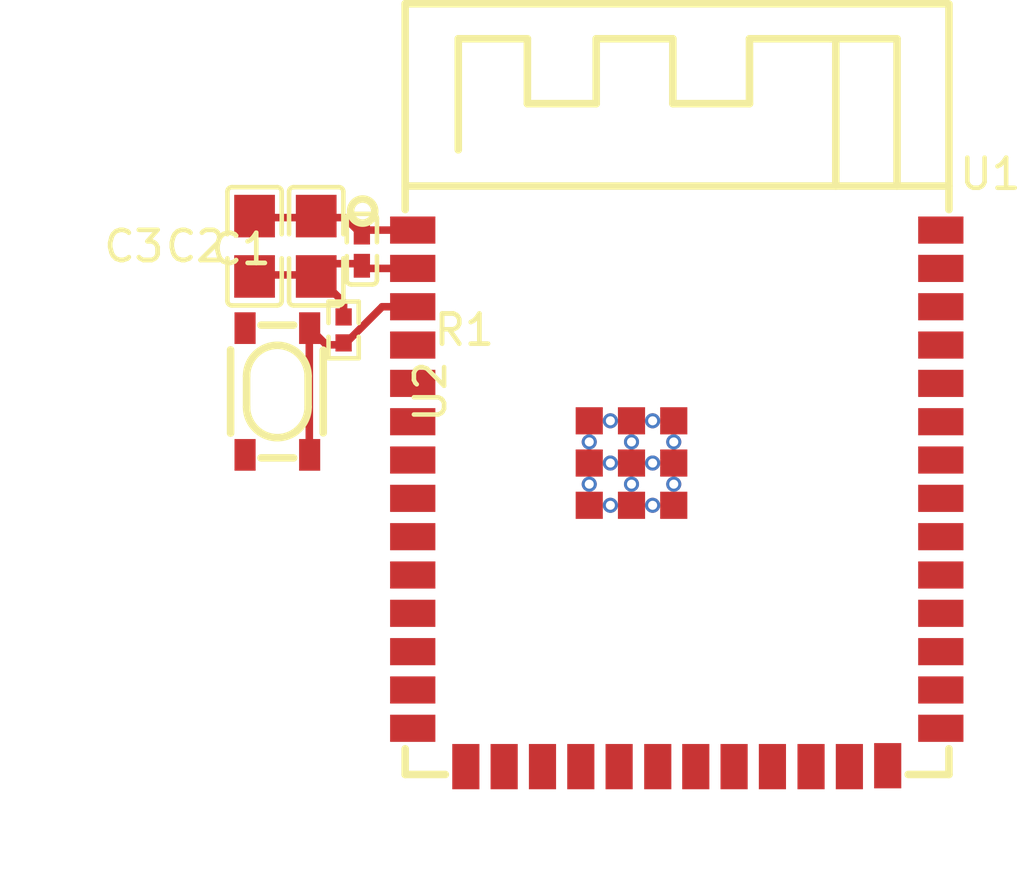
<source format=kicad_pcb>
(kicad_pcb (version 20240108) (generator "pcbnew") (generator_version "8.0")
  (layers (0 "F.Cu" signal) (31 "B.Cu" signal) (34 "B.Paste" user) (35 "F.Paste" user) (36 "B.SilkS" user "B.Silkscreen") (37 "F.SilkS" user "F.Silkscreen") (38 "B.Mask" user) (39 "F.Mask" user) (44 "Edge.Cuts" user))
  (net 0 "")
  (net 1 "in")
  (net 2 "io4")
  (net 3 "io5")
  (net 4 "line")
  (net 5 "line-1")
  (net 6 "io15")
  (net 7 "io16")
  (net 8 "io17")
  (net 9 "io18")
  (net 10 "io8")
  (net 11 "dm")
  (net 12 "dp")
  (net 13 "io3")
  (net 14 "io46")
  (net 15 "io9")
  (net 16 "cs")
  (net 17 "mosi")
  (net 18 "sck")
  (net 19 "miso")
  (net 20 "io14")
  (net 21 "io21")
  (net 22 "io47")
  (net 23 "io48")
  (net 24 "io45")
  (net 25 "io0")
  (net 26 "io35")
  (net 27 "io36")
  (net 28 "io37")
  (net 29 "io38")
  (net 30 "tck")
  (net 31 "tdo")
  (net 32 "gnd")
  (net 33 "hv")
  (net 34 "tdi")
  (net 35 "tms")
  (net 36 "RXD0")
  (net 37 "TXD0")
  (net 38 "io2")
  (net 39 "io1")
  (footprint "atopile:C0402-b3ef17" (layer "F.Cu") (at 103.924584 82.682368 90)
    (property "Reference" "C1" (at 0 -4 0) (layer "F.SilkS") (hide no))
    (property "Value" "100nF ±10% 16V X7R")
    (fp_line (start 1.02 -0.5) (end 0.23 -0.5) (stroke (width 0.15)) (layer "F.SilkS"))
    (fp_line (start 0.23 0.5) (end 1.02 0.5) (stroke (width 0.15)) (layer "F.SilkS"))
    (fp_line (start 1.17 0.35) (end 1.17 -0.35) (stroke (width 0.15)) (layer "F.SilkS"))
    (fp_line (start -1.02 -0.5) (end -0.23 -0.5) (stroke (width 0.15)) (layer "F.SilkS"))
    (fp_line (start -0.23 0.5) (end -1.02 0.5) (stroke (width 0.15)) (layer "F.SilkS"))
    (fp_line (start -1.17 0.35) (end -1.17 -0.35) (stroke (width 0.15)) (layer "F.SilkS"))
    (fp_arc (start 1.17 0.35) (mid 1.1260660171779822 0.456066017177982) (end 1.02 0.4999999999999999) (stroke (width 0.15)) (layer "F.SilkS"))
    (fp_arc (start 1.02 -0.5) (mid 1.1260660171779822 -0.4560660171779821) (end 1.17 -0.35) (stroke (width 0.15)) (layer "F.SilkS"))
    (fp_arc (start -1.17 0.35) (mid -1.1260660171779822 0.456066017177982) (end -1.02 0.4999999999999999) (stroke (width 0.15)) (layer "F.SilkS"))
    (fp_arc (start -1.02 -0.5) (mid -1.1260660171779822 -0.4560660171779821) (end -1.17 -0.35) (stroke (width 0.15)) (layer "F.SilkS"))
    (fp_text user "${REFERENCE}" (at 0 -4 0) (layer "F.SilkS"))
    (pad "2" smd rect (at 0.55 0 90) (size 0.79 0.54) (layers "F.Cu" "F.Paste" "F.Mask") (net 32 "gnd"))
    (pad "1" smd rect (at -0.55 0 90) (size 0.79 0.54) (layers "F.Cu" "F.Paste" "F.Mask") (net 33 "hv"))
  )
  (footprint "atopile:C0805-3b2e55" (layer "F.Cu") (at 100.368882 82.586268 90)
    (property "Reference" "C3" (at 0 -4 0) (layer "F.SilkS") (hide no))
    (property "Value" "10µF ±10% 25V X5R")
    (fp_line (start 1.81 -0.9) (end 0.4 -0.9) (stroke (width 0.15)) (layer "F.SilkS"))
    (fp_line (start 0.4 0.9) (end 1.81 0.9) (stroke (width 0.15)) (layer "F.SilkS"))
    (fp_line (start 1.96 0.75) (end 1.96 -0.75) (stroke (width 0.15)) (layer "F.SilkS"))
    (fp_line (start -1.81 -0.9) (end -0.4 -0.9) (stroke (width 0.15)) (layer "F.SilkS"))
    (fp_line (start -0.4 0.9) (end -1.81 0.9) (stroke (width 0.15)) (layer "F.SilkS"))
    (fp_line (start -1.96 0.75) (end -1.96 -0.75) (stroke (width 0.15)) (layer "F.SilkS"))
    (fp_arc (start 1.96 0.75) (mid 1.9160660171779822 0.856066017177982) (end 1.81 0.8999999999999999) (stroke (width 0.15)) (layer "F.SilkS"))
    (fp_arc (start 1.81 -0.9) (mid 1.9160660171779822 -0.8560660171779821) (end 1.96 -0.75) (stroke (width 0.15)) (layer "F.SilkS"))
    (fp_arc (start -1.96 0.75) (mid -1.9160660171779822 0.856066017177982) (end -1.81 0.8999999999999999) (stroke (width 0.15)) (layer "F.SilkS"))
    (fp_arc (start -1.81 -0.9) (mid -1.9160660171779822 -0.8560660171779821) (end -1.96 -0.75) (stroke (width 0.15)) (layer "F.SilkS"))
    (fp_text user "${REFERENCE}" (at 0 -4 0) (layer "F.SilkS"))
    (pad "2" smd rect (at 1 0 90) (size 1.41 1.35) (layers "F.Cu" "F.Paste" "F.Mask") (net 32 "gnd"))
    (pad "1" smd rect (at -1 0 90) (size 1.41 1.35) (layers "F.Cu" "F.Paste" "F.Mask") (net 33 "hv"))
  )
  (footprint "atopile:R0402-56259e" (layer "F.Cu") (at 103.319547 85.358186 -90)
    (property "Reference" "R1" (at 0 -4 0) (layer "F.SilkS") (hide no))
    (property "Value" "10kΩ ±1% 62.5mW")
    (fp_line (start -0.23 0.5) (end -0.94 0.5) (stroke (width 0.15)) (layer "F.SilkS"))
    (fp_line (start -0.94 0.5) (end -0.94 -0.5) (stroke (width 0.15)) (layer "F.SilkS"))
    (fp_line (start -0.94 -0.5) (end -0.23 -0.5) (stroke (width 0.15)) (layer "F.SilkS"))
    (fp_line (start 0.23 0.5) (end 0.94 0.5) (stroke (width 0.15)) (layer "F.SilkS"))
    (fp_line (start 0.94 0.5) (end 0.94 -0.5) (stroke (width 0.15)) (layer "F.SilkS"))
    (fp_line (start 0.94 -0.5) (end 0.23 -0.5) (stroke (width 0.15)) (layer "F.SilkS"))
    (fp_text user "${REFERENCE}" (at 0 -4 0) (layer "F.SilkS"))
    (pad "2" smd rect (at 0.43 0 -90) (size 0.57 0.54) (layers "F.Cu" "F.Paste" "F.Mask") (net 1 "in"))
    (pad "1" smd rect (at -0.43 0 -90) (size 0.57 0.54) (layers "F.Cu" "F.Paste" "F.Mask") (net 33 "hv"))
  )
  (footprint "lib:WIRELM-SMD_ESP32-S3-WROOM-1" (layer "F.Cu") (at 114.36 90.94 0)
    (property "Reference" "U1" (at 10.391182 -10.746991 0) (layer "F.SilkS") (hide no))
    (property "Value" "")
    (fp_line (start -9 -16.39) (end -9 -9.57) (stroke (width 0.25)) (layer "F.SilkS"))
    (fp_line (start -9 -10.35) (end 9.02 -10.35) (stroke (width 0.25)) (layer "F.SilkS"))
    (fp_line (start -9 8.3) (end -9 9.15) (stroke (width 0.25)) (layer "F.SilkS"))
    (fp_line (start -9 9.15) (end -7.67 9.15) (stroke (width 0.25)) (layer "F.SilkS"))
    (fp_line (start -7.24 -15.23) (end -7.24 -11.55) (stroke (width 0.25)) (layer "F.SilkS"))
    (fp_line (start -4.95 -15.23) (end -7.24 -15.23) (stroke (width 0.25)) (layer "F.SilkS"))
    (fp_line (start -4.95 -13.08) (end -4.95 -15.23) (stroke (width 0.25)) (layer "F.SilkS"))
    (fp_line (start -2.67 -15.23) (end -2.67 -13.08) (stroke (width 0.25)) (layer "F.SilkS"))
    (fp_line (start -2.67 -13.08) (end -4.95 -13.08) (stroke (width 0.25)) (layer "F.SilkS"))
    (fp_line (start -0.13 -15.23) (end -2.67 -15.23) (stroke (width 0.25)) (layer "F.SilkS"))
    (fp_line (start -0.13 -13.08) (end -0.13 -15.23) (stroke (width 0.25)) (layer "F.SilkS"))
    (fp_line (start 2.41 -15.23) (end 2.41 -13.08) (stroke (width 0.25)) (layer "F.SilkS"))
    (fp_line (start 2.41 -13.08) (end -0.13 -13.08) (stroke (width 0.25)) (layer "F.SilkS"))
    (fp_line (start 5.27 -15.23) (end 2.41 -15.23) (stroke (width 0.25)) (layer "F.SilkS"))
    (fp_line (start 5.27 -10.35) (end 5.27 -15.23) (stroke (width 0.25)) (layer "F.SilkS"))
    (fp_line (start 7.3 -15.23) (end 5.06 -15.23) (stroke (width 0.25)) (layer "F.SilkS"))
    (fp_line (start 7.3 -10.35) (end 7.3 -15.23) (stroke (width 0.25)) (layer "F.SilkS"))
    (fp_line (start 7.67 9.15) (end 9.02 9.15) (stroke (width 0.25)) (layer "F.SilkS"))
    (fp_line (start 9 -16.39) (end -9 -16.39) (stroke (width 0.25)) (layer "F.SilkS"))
    (fp_line (start 9.02 -9.57) (end 9.02 -16.38) (stroke (width 0.25)) (layer "F.SilkS"))
    (fp_line (start 9.02 9.15) (end 9.02 8.3) (stroke (width 0.25)) (layer "F.SilkS"))
    (fp_circle (center -10.41 -9.52) (end -10.01 -9.52) (stroke (width 0.25)) (fill none) (layer "F.SilkS"))
    (pad "" thru_hole circle (at -2.9 -1.87 0) (size 0.5 0.5) (drill 0.3) (layers "*.Cu" "*.Paste" "*.Mask"))
    (pad "" thru_hole circle (at -2.9 -0.47 0) (size 0.5 0.5) (drill 0.3) (layers "*.Cu" "*.Paste" "*.Mask"))
    (pad "" thru_hole circle (at -2.2 -2.57 0) (size 0.5 0.5) (drill 0.3) (layers "*.Cu" "*.Paste" "*.Mask"))
    (pad "" thru_hole circle (at -2.2 -1.17 0) (size 0.5 0.5) (drill 0.3) (layers "*.Cu" "*.Paste" "*.Mask"))
    (pad "" thru_hole circle (at -2.2 0.23 0) (size 0.5 0.5) (drill 0.3) (layers "*.Cu" "*.Paste" "*.Mask"))
    (pad "" thru_hole circle (at -1.5 -1.87 0) (size 0.5 0.5) (drill 0.3) (layers "*.Cu" "*.Paste" "*.Mask"))
    (pad "" thru_hole circle (at -1.5 -0.47 0) (size 0.5 0.5) (drill 0.3) (layers "*.Cu" "*.Paste" "*.Mask"))
    (pad "" thru_hole circle (at -0.8 -2.57 0) (size 0.5 0.5) (drill 0.3) (layers "*.Cu" "*.Paste" "*.Mask"))
    (pad "" thru_hole circle (at -0.8 -1.17 0) (size 0.5 0.5) (drill 0.3) (layers "*.Cu" "*.Paste" "*.Mask"))
    (pad "" thru_hole circle (at -0.8 0.23 0) (size 0.5 0.5) (drill 0.3) (layers "*.Cu" "*.Paste" "*.Mask"))
    (pad "" thru_hole circle (at -0.1 -1.87 0) (size 0.5 0.5) (drill 0.3) (layers "*.Cu" "*.Paste" "*.Mask"))
    (pad "" thru_hole circle (at -0.1 -0.47 0) (size 0.5 0.5) (drill 0.3) (layers "*.Cu" "*.Paste" "*.Mask"))
    (pad "1" smd rect (at -8.75 -8.89 0) (size 1.5 0.9) (layers "F.Cu" "F.Paste" "F.Mask") (net 32 "gnd"))
    (pad "2" smd rect (at -8.75 -7.62 0) (size 1.5 0.9) (layers "F.Cu" "F.Paste" "F.Mask") (net 33 "hv"))
    (pad "3" smd rect (at -8.75 -6.35 0) (size 1.5 0.9) (layers "F.Cu" "F.Paste" "F.Mask") (net 1 "in"))
    (pad "4" smd rect (at -8.75 -5.08 0) (size 1.5 0.9) (layers "F.Cu" "F.Paste" "F.Mask") (net 2 "io4"))
    (pad "5" smd rect (at -8.75 -3.81 0) (size 1.5 0.9) (layers "F.Cu" "F.Paste" "F.Mask") (net 3 "io5"))
    (pad "6" smd rect (at -8.75 -2.54 0) (size 1.5 0.9) (layers "F.Cu" "F.Paste" "F.Mask") (net 4 "line"))
    (pad "7" smd rect (at -8.75 -1.27 0) (size 1.5 0.9) (layers "F.Cu" "F.Paste" "F.Mask") (net 5 "line-1"))
    (pad "8" smd rect (at -8.75 0 0) (size 1.5 0.9) (layers "F.Cu" "F.Paste" "F.Mask") (net 6 "io15"))
    (pad "9" smd rect (at -8.75 1.27 0) (size 1.5 0.9) (layers "F.Cu" "F.Paste" "F.Mask") (net 7 "io16"))
    (pad "10" smd rect (at -8.75 2.54 0) (size 1.5 0.9) (layers "F.Cu" "F.Paste" "F.Mask") (net 8 "io17"))
    (pad "11" smd rect (at -8.75 3.81 0) (size 1.5 0.9) (layers "F.Cu" "F.Paste" "F.Mask") (net 9 "io18"))
    (pad "12" smd rect (at -8.75 5.08 0) (size 1.5 0.9) (layers "F.Cu" "F.Paste" "F.Mask") (net 10 "io8"))
    (pad "13" smd rect (at -8.75 6.35 0) (size 1.5 0.9) (layers "F.Cu" "F.Paste" "F.Mask") (net 11 "dm"))
    (pad "14" smd rect (at -8.75 7.62 0) (size 1.5 0.9) (layers "F.Cu" "F.Paste" "F.Mask") (net 12 "dp"))
    (pad "15" smd rect (at -6.99 8.89 90) (size 1.5 0.9) (layers "F.Cu" "F.Paste" "F.Mask") (net 13 "io3"))
    (pad "16" smd rect (at -5.72 8.89 90) (size 1.5 0.9) (layers "F.Cu" "F.Paste" "F.Mask") (net 14 "io46"))
    (pad "17" smd rect (at -4.45 8.89 90) (size 1.5 0.9) (layers "F.Cu" "F.Paste" "F.Mask") (net 15 "io9"))
    (pad "18" smd rect (at -3.18 8.89 90) (size 1.5 0.9) (layers "F.Cu" "F.Paste" "F.Mask") (net 16 "cs"))
    (pad "19" smd rect (at -1.91 8.89 90) (size 1.5 0.9) (layers "F.Cu" "F.Paste" "F.Mask") (net 17 "mosi"))
    (pad "20" smd rect (at -0.63 8.89 90) (size 1.5 0.9) (layers "F.Cu" "F.Paste" "F.Mask") (net 18 "sck"))
    (pad "21" smd rect (at 0.63 8.89 90) (size 1.5 0.9) (layers "F.Cu" "F.Paste" "F.Mask") (net 19 "miso"))
    (pad "22" smd rect (at 1.9 8.89 90) (size 1.5 0.9) (layers "F.Cu" "F.Paste" "F.Mask") (net 20 "io14"))
    (pad "23" smd rect (at 3.17 8.89 90) (size 1.5 0.9) (layers "F.Cu" "F.Paste" "F.Mask") (net 21 "io21"))
    (pad "24" smd rect (at 4.45 8.89 90) (size 1.5 0.9) (layers "F.Cu" "F.Paste" "F.Mask") (net 22 "io47"))
    (pad "25" smd rect (at 5.72 8.89 90) (size 1.5 0.9) (layers "F.Cu" "F.Paste" "F.Mask") (net 23 "io48"))
    (pad "26" smd rect (at 6.99 8.86 90) (size 1.5 0.9) (layers "F.Cu" "F.Paste" "F.Mask") (net 24 "io45"))
    (pad "27" smd rect (at 8.75 7.62 180) (size 1.5 0.9) (layers "F.Cu" "F.Paste" "F.Mask") (net 25 "io0"))
    (pad "28" smd rect (at 8.75 6.35 180) (size 1.5 0.9) (layers "F.Cu" "F.Paste" "F.Mask") (net 26 "io35"))
    (pad "29" smd rect (at 8.75 5.08 180) (size 1.5 0.9) (layers "F.Cu" "F.Paste" "F.Mask") (net 27 "io36"))
    (pad "30" smd rect (at 8.75 3.81 180) (size 1.5 0.9) (layers "F.Cu" "F.Paste" "F.Mask") (net 28 "io37"))
    (pad "31" smd rect (at 8.75 2.54 180) (size 1.5 0.9) (layers "F.Cu" "F.Paste" "F.Mask") (net 29 "io38"))
    (pad "32" smd rect (at 8.75 1.27 180) (size 1.5 0.9) (layers "F.Cu" "F.Paste" "F.Mask") (net 30 "tck"))
    (pad "33" smd rect (at 8.75 0 180) (size 1.5 0.9) (layers "F.Cu" "F.Paste" "F.Mask") (net 31 "tdo"))
    (pad "34" smd rect (at 8.75 -1.27 180) (size 1.5 0.9) (layers "F.Cu" "F.Paste" "F.Mask") (net 34 "tdi"))
    (pad "35" smd rect (at 8.75 -2.54 180) (size 1.5 0.9) (layers "F.Cu" "F.Paste" "F.Mask") (net 35 "tms"))
    (pad "36" smd rect (at 8.75 -3.81 180) (size 1.5 0.9) (layers "F.Cu" "F.Paste" "F.Mask") (net 36 "RXD0"))
    (pad "37" smd rect (at 8.75 -5.08 180) (size 1.5 0.9) (layers "F.Cu" "F.Paste" "F.Mask") (net 37 "TXD0"))
    (pad "38" smd rect (at 8.75 -6.35 180) (size 1.5 0.9) (layers "F.Cu" "F.Paste" "F.Mask") (net 38 "io2"))
    (pad "39" smd rect (at 8.75 -7.62 180) (size 1.5 0.9) (layers "F.Cu" "F.Paste" "F.Mask") (net 39 "io1"))
    (pad "40" smd rect (at 8.75 -8.89 180) (size 1.5 0.9) (layers "F.Cu" "F.Paste" "F.Mask") (net 32 "gnd"))
    (pad "41" smd rect (at -2.9 -2.57 90) (size 0.9 0.9) (layers "F.Cu" "F.Paste" "F.Mask") (net 32 "gnd"))
    (pad "41" smd rect (at -2.9 -1.17 90) (size 0.9 0.9) (layers "F.Cu" "F.Paste" "F.Mask") (net 32 "gnd"))
    (pad "41" smd rect (at -2.9 0.23 90) (size 0.9 0.9) (layers "F.Cu" "F.Paste" "F.Mask") (net 32 "gnd"))
    (pad "41" smd rect (at -1.5 -2.57 90) (size 0.9 0.9) (layers "F.Cu" "F.Paste" "F.Mask") (net 32 "gnd"))
    (pad "41" smd rect (at -1.5 -1.17 90) (size 0.9 0.9) (layers "F.Cu" "F.Paste" "F.Mask") (net 32 "gnd"))
    (pad "41" smd rect (at -1.5 0.23 90) (size 0.9 0.9) (layers "F.Cu" "F.Paste" "F.Mask") (net 32 "gnd"))
    (pad "41" smd rect (at -0.1 -2.57 90) (size 0.9 0.9) (layers "F.Cu" "F.Paste" "F.Mask") (net 32 "gnd"))
    (pad "41" smd rect (at -0.1 -1.17 90) (size 0.9 0.9) (layers "F.Cu" "F.Paste" "F.Mask") (net 32 "gnd"))
    (pad "41" smd rect (at -0.1 0.23 90) (size 0.9 0.9) (layers "F.Cu" "F.Paste" "F.Mask") (net 32 "gnd"))
  )
  (footprint "lib:KEY-SMD_4P-L4.2-W3.2-P2.20-LS4.6" (layer "F.Cu") (at 101.123843 87.39919 -90)
    (property "Reference" "U2" (at 0 -5.07 90) (layer "F.SilkS") (hide no))
    (property "Value" "")
    (fp_line (start -1.38 1.55) (end 1.38 1.55) (stroke (width 0.25)) (layer "F.SilkS"))
    (fp_line (start -0.51 1.02) (end 0.51 1.02) (stroke (width 0.25)) (layer "F.SilkS"))
    (fp_line (start -2.2 -0.54) (end -2.2 0.54) (stroke (width 0.25)) (layer "F.SilkS"))
    (fp_line (start 2.2 -0.54) (end 2.2 0.54) (stroke (width 0.25)) (layer "F.SilkS"))
    (fp_line (start -0.51 -1.02) (end 0.51 -1.02) (stroke (width 0.25)) (layer "F.SilkS"))
    (fp_line (start 1.37 -1.52) (end -1.37 -1.52) (stroke (width 0.25)) (layer "F.SilkS"))
    (fp_arc (start -0.51 1.02) (mid -1.53 0) (end -0.51 -1.02) (stroke (width 0.25)) (layer "F.SilkS"))
    (fp_arc (start 0.51 -1.02) (mid 1.53 0) (end 0.51 1.02) (stroke (width 0.25)) (layer "F.SilkS"))
    (pad "1" smd rect (at -2.1 -1.07 270) (size 1.05 0.7) (layers "F.Cu" "F.Paste" "F.Mask") (net 1 "in"))
    (pad "2" smd rect (at 2.1 -1.07 270) (size 1.05 0.7) (layers "F.Cu" "F.Paste" "F.Mask") (net 1 "in"))
    (pad "3" smd rect (at -2.1 1.07 270) (size 1.05 0.7) (layers "F.Cu" "F.Paste" "F.Mask") (net 32 "gnd"))
    (pad "4" smd rect (at 2.1 1.07 270) (size 1.05 0.7) (layers "F.Cu" "F.Paste" "F.Mask") (net 32 "gnd"))
  )
  (footprint "atopile:C0805-3b2e55" (layer "F.Cu") (at 102.411261 82.586268 90)
    (property "Reference" "C2" (at 0 -4 0) (layer "F.SilkS") (hide no))
    (property "Value" "10µF ±10% 25V X5R")
    (fp_line (start 1.81 -0.9) (end 0.4 -0.9) (stroke (width 0.15)) (layer "F.SilkS"))
    (fp_line (start 0.4 0.9) (end 1.81 0.9) (stroke (width 0.15)) (layer "F.SilkS"))
    (fp_line (start 1.96 0.75) (end 1.96 -0.75) (stroke (width 0.15)) (layer "F.SilkS"))
    (fp_line (start -1.81 -0.9) (end -0.4 -0.9) (stroke (width 0.15)) (layer "F.SilkS"))
    (fp_line (start -0.4 0.9) (end -1.81 0.9) (stroke (width 0.15)) (layer "F.SilkS"))
    (fp_line (start -1.96 0.75) (end -1.96 -0.75) (stroke (width 0.15)) (layer "F.SilkS"))
    (fp_arc (start 1.96 0.75) (mid 1.9160660171779822 0.856066017177982) (end 1.81 0.8999999999999999) (stroke (width 0.15)) (layer "F.SilkS"))
    (fp_arc (start 1.81 -0.9) (mid 1.9160660171779822 -0.8560660171779821) (end 1.96 -0.75) (stroke (width 0.15)) (layer "F.SilkS"))
    (fp_arc (start -1.96 0.75) (mid -1.9160660171779822 0.856066017177982) (end -1.81 0.8999999999999999) (stroke (width 0.15)) (layer "F.SilkS"))
    (fp_arc (start -1.81 -0.9) (mid -1.9160660171779822 -0.8560660171779821) (end -1.96 -0.75) (stroke (width 0.15)) (layer "F.SilkS"))
    (fp_text user "${REFERENCE}" (at 0 -4 0) (layer "F.SilkS"))
    (pad "2" smd rect (at 1 0 90) (size 1.41 1.35) (layers "F.Cu" "F.Paste" "F.Mask") (net 32 "gnd"))
    (pad "1" smd rect (at -1 0 90) (size 1.41 1.35) (layers "F.Cu" "F.Paste" "F.Mask") (net 33 "hv"))
  )
  (segment (start 103.303266 85.851905) (end 103.319547 85.868186) (width 0.25) (layer "F.Cu") (net 1))
  (segment (start 102.746233 85.851905) (end 103.303266 85.851905) (width 0.25) (layer "F.Cu") (net 1))
  (segment (start 104.597733 84.59) (end 105.61 84.59) (width 0.25) (layer "F.Cu") (net 1))
  (segment (start 102.182894 89.488566) (end 102.182894 85.288566) (width 0.25) (layer "F.Cu") (net 1))
  (segment (start 103.319547 85.868186) (end 104.597733 84.59) (width 0.25) (layer "F.Cu") (net 1))
  (segment (start 102.182894 85.288566) (end 102.746233 85.851905) (width 0.25) (layer "F.Cu") (net 1))
  (segment (start 104.076952 82.05) (end 103.924584 82.202368) (width 0.25) (layer "F.Cu") (net 32))
  (segment (start 100.368882 81.636268) (end 102.411261 81.636268) (width 0.25) (layer "F.Cu") (net 32))
  (segment (start 105.61 82.05) (end 104.076952 82.05) (width 0.25) (layer "F.Cu") (net 32))
  (segment (start 103.358484 81.636268) (end 103.924584 82.202368) (width 0.25) (layer "F.Cu") (net 32))
  (segment (start 102.411261 81.636268) (end 103.358484 81.636268) (width 0.25) (layer "F.Cu") (net 32))
  (segment (start 103.319547 84.444554) (end 102.411261 83.536268) (width 0.25) (layer "F.Cu") (net 33))
  (segment (start 100.368882 83.536268) (end 102.411261 83.536268) (width 0.25) (layer "F.Cu") (net 33))
  (segment (start 104.082216 83.32) (end 103.924584 83.162368) (width 0.25) (layer "F.Cu") (net 33))
  (segment (start 102.785161 83.162368) (end 102.411261 83.536268) (width 0.25) (layer "F.Cu") (net 33))
  (segment (start 105.61 83.32) (end 104.082216 83.32) (width 0.25) (layer "F.Cu") (net 33))
  (segment (start 103.319547 84.848186) (end 103.319547 84.444554) (width 0.25) (layer "F.Cu") (net 33))
  (segment (start 103.924584 83.162368) (end 102.785161 83.162368) (width 0.25) (layer "F.Cu") (net 33))
)
</source>
